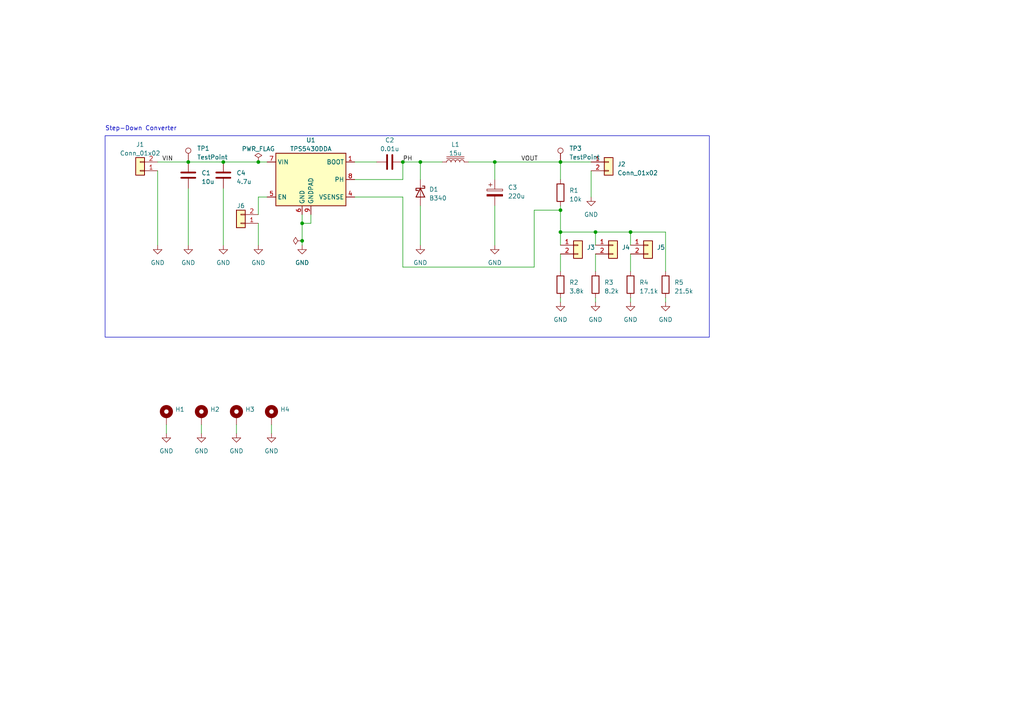
<source format=kicad_sch>
(kicad_sch (version 20230121) (generator eeschema)
  (paper "A4")
  (lib_symbols
    (symbol "Connector:TestPoint" (pin_numbers hide) (pin_names (offset 0.762) hide)
      (property "Reference" "TP" (at 0 6.858 0))
      (property "Value" "TestPoint" (at 0 5.08 0))
      (symbol "TestPoint_0_1"
        (circle (center 0 3.302) (radius 0.762))
      )
      (symbol "TestPoint_1_1"
        (pin passive line (at 0 0 90) (length 2.54) (name "1") (number "1"))
      )
    )
    (symbol "Connector_Generic:Conn_01x02" (pin_names (offset 1.016) hide)
      (property "Reference" "J" (at 0 2.54 0))
      (property "Value" "Conn_01x02" (at 0 -5.08 0))
      (symbol "Conn_01x02_1_1"
        (rectangle (start -1.27 -2.413) (end 0 -2.667) (stroke (width 0.1524)))
        (rectangle (start -1.27 0.127) (end 0 -0.127) (stroke (width 0.1524)))
        (rectangle (start -1.27 1.27) (end 1.27 -3.81) (stroke (width 0.254)) (fill (type background)))
        (pin passive line (at -5.08 0 0) (length 3.81) (name "Pin_1") (number "1"))
        (pin passive line (at -5.08 -2.54 0) (length 3.81) (name "Pin_2") (number "2"))
      )
    )
    (symbol "Device:C" (pin_numbers hide) (pin_names (offset 0.254))
      (property "Reference" "C" (at 0.635 2.54 0))
      (property "Value" "C" (at 0.635 -2.54 0))
      (symbol "C_0_1"
        (polyline (pts (xy -2.032 -0.762) (xy 2.032 -0.762)) (stroke (width 0.508)))
        (polyline (pts (xy -2.032 0.762) (xy 2.032 0.762)) (stroke (width 0.508)))
      )
      (symbol "C_1_1"
        (pin passive line (at 0 3.81 270) (length 2.794) (name "~") (number "1"))
        (pin passive line (at 0 -3.81 90) (length 2.794) (name "~") (number "2"))
      )
    )
    (symbol "Device:C_Polarized" (pin_numbers hide) (pin_names (offset 0.254))
      (property "Reference" "C" (at 0.635 2.54 0))
      (property "Value" "C_Polarized" (at 0.635 -2.54 0))
      (symbol "C_Polarized_0_1"
        (rectangle (start -2.286 0.508) (end 2.286 1.016))
        (polyline (pts (xy -1.778 2.286) (xy -0.762 2.286)))
        (polyline (pts (xy -1.27 2.794) (xy -1.27 1.778)))
        (rectangle (start 2.286 -0.508) (end -2.286 -1.016) (fill (type outline)))
      )
      (symbol "C_Polarized_1_1"
        (pin passive line (at 0 3.81 270) (length 2.794) (name "~") (number "1"))
        (pin passive line (at 0 -3.81 90) (length 2.794) (name "~") (number "2"))
      )
    )
    (symbol "Device:L_Iron" (pin_numbers hide) (pin_names (offset 1.016) hide)
      (property "Reference" "L" (at -1.27 0 90))
      (property "Value" "L_Iron" (at 2.794 0 90))
      (symbol "L_Iron_0_1"
        (arc (start 0 -2.54) (mid 0.6323 -1.905) (end 0 -1.27))
        (arc (start 0 -1.27) (mid 0.6323 -0.635) (end 0 0))
        (polyline (pts (xy 1.016 2.54) (xy 1.016 -2.54)))
        (polyline (pts (xy 1.524 -2.54) (xy 1.524 2.54)))
        (arc (start 0 0) (mid 0.6323 0.635) (end 0 1.27))
        (arc (start 0 1.27) (mid 0.6323 1.905) (end 0 2.54))
      )
      (symbol "L_Iron_1_1"
        (pin passive line (at 0 3.81 270) (length 1.27) (name "1") (number "1"))
        (pin passive line (at 0 -3.81 90) (length 1.27) (name "2") (number "2"))
      )
    )
    (symbol "Device:R" (pin_numbers hide) (pin_names (offset 0))
      (property "Reference" "R" (at 2.032 0 90))
      (property "Value" "R" (at 0 0 90))
      (symbol "R_0_1"
        (rectangle (start -1.016 -2.54) (end 1.016 2.54) (stroke (width 0.254)))
      )
      (symbol "R_1_1"
        (pin passive line (at 0 3.81 270) (length 1.27) (name "~") (number "1"))
        (pin passive line (at 0 -3.81 90) (length 1.27) (name "~") (number "2"))
      )
    )
    (symbol "Diode:B340" (pin_numbers hide) (pin_names (offset 1.016) hide)
      (property "Reference" "D" (at 0 2.54 0))
      (property "Value" "B340" (at 0 -2.54 0))
      (symbol "B340_0_1"
        (polyline (pts (xy 1.27 0) (xy -1.27 0)))
        (polyline (pts (xy 1.27 1.27) (xy 1.27 -1.27) (xy -1.27 0) (xy 1.27 1.27)) (stroke (width 0.254)))
        (polyline (pts (xy -1.905 0.635) (xy -1.905 1.27) (xy -1.27 1.27) (xy -1.27 -1.27) (xy -0.635 -1.27) (xy -0.635 -0.635)) (stroke (width 0.254)))
      )
      (symbol "B340_1_1"
        (pin passive line (at -3.81 0 0) (length 2.54) (name "K") (number "1"))
        (pin passive line (at 3.81 0 180) (length 2.54) (name "A") (number "2"))
      )
    )
    (symbol "Mechanical:MountingHole_Pad" (pin_numbers hide) (pin_names (offset 1.016) hide)
      (property "Reference" "H" (at 0 6.35 0))
      (property "Value" "MountingHole_Pad" (at 0 4.445 0))
      (symbol "MountingHole_Pad_0_1"
        (circle (center 0 1.27) (radius 1.27) (stroke (width 1.27)))
      )
      (symbol "MountingHole_Pad_1_1"
        (pin input line (at 0 -2.54 90) (length 2.54) (name "1") (number "1"))
      )
    )
    (symbol "Regulator_Switching:TPS5430DDA"
      (property "Reference" "U" (at -10.16 8.89 0))
      (property "Value" "TPS5430DDA" (at -1.27 8.89 0))
      (symbol "TPS5430DDA_0_1"
        (rectangle (start -10.16 7.62) (end 10.16 -7.62) (stroke (width 0.254)) (fill (type background)))
      )
      (symbol "TPS5430DDA_1_1"
        (pin input line (at 12.7 5.08 180) (length 2.54) (name "BOOT") (number "1"))
        (pin no_connect line (at -10.16 2.54 0) (length 2.54) hide (name "NC") (number "2"))
        (pin no_connect line (at -10.16 -2.54 0) (length 2.54) hide (name "NC") (number "3"))
        (pin input line (at 12.7 -5.08 180) (length 2.54) (name "VSENSE") (number "4"))
        (pin input line (at -12.7 -5.08 0) (length 2.54) (name "EN") (number "5"))
        (pin power_in line (at -2.54 -10.16 90) (length 2.54) (name "GND") (number "6"))
        (pin power_in line (at -12.7 5.08 0) (length 2.54) (name "VIN") (number "7"))
        (pin output line (at 12.7 0 180) (length 2.54) (name "PH") (number "8"))
        (pin power_in line (at 0 -10.16 90) (length 2.54) (name "GNDPAD") (number "9"))
      )
    )
    (symbol "power:GND" (power) (pin_names (offset 0))
      (property "Value" "GND" (at 0 -3.81 0))
      (symbol "GND_0_1"
        (polyline (pts (xy 0 0) (xy 0 -1.27) (xy 1.27 -1.27) (xy 0 -2.54) (xy -1.27 -1.27) (xy 0 -1.27)))
      )
      (symbol "GND_1_1"
        (pin power_in line (at 0 0 270) (length 0) hide (name "GND") (number "1"))
      )
    )
    (symbol "power:PWR_FLAG" (power) (pin_numbers hide) (pin_names (offset 0) hide)
      (property "Value" "PWR_FLAG" (at 0 3.81 0))
      (symbol "PWR_FLAG_0_0"
        (pin power_out line (at 0 0 90) (length 0) (name "pwr") (number "1"))
      )
      (symbol "PWR_FLAG_0_1"
        (polyline (pts (xy 0 0) (xy 0 1.27) (xy -1.016 1.905) (xy 0 2.54) (xy 1.016 1.905) (xy 0 1.27)))
      )
    )
  )
  (junction (at 182.88 67.31))
  (junction (at 74.93 46.99))
  (junction (at 54.61 46.99))
  (junction (at 172.72 67.31))
  (junction (at 121.92 46.99))
  (junction (at 87.63 69.85))
  (junction (at 143.51 46.99))
  (junction (at 116.84 46.99))
  (junction (at 87.63 64.77))
  (junction (at 64.77 46.99))
  (junction (at 162.56 67.31))
  (junction (at 162.56 46.99))
  (junction (at 162.56 60.96))
  (wire (pts (xy 102.87 57.15) (xy 116.84 57.15)))
  (wire (pts (xy 172.72 86.36) (xy 172.72 87.63)))
  (wire (pts (xy 54.61 54.61) (xy 54.61 71.12)))
  (wire (pts (xy 48.26 123.19) (xy 48.26 125.73)))
  (wire (pts (xy 78.74 123.19) (xy 78.74 125.73)))
  (wire (pts (xy 45.72 49.53) (xy 45.72 71.12)))
  (wire (pts (xy 162.56 60.96) (xy 162.56 67.31)))
  (wire (pts (xy 162.56 46.99) (xy 162.56 52.07)))
  (wire (pts (xy 68.58 123.19) (xy 68.58 125.73)))
  (wire (pts (xy 135.89 46.99) (xy 143.51 46.99)))
  (wire (pts (xy 90.17 64.77) (xy 87.63 64.77)))
  (wire (pts (xy 193.04 67.31) (xy 193.04 78.74)))
  (wire (pts (xy 172.72 73.66) (xy 172.72 78.74)))
  (wire (pts (xy 54.61 46.99) (xy 64.77 46.99)))
  (wire (pts (xy 162.56 59.69) (xy 162.56 60.96)))
  (wire (pts (xy 171.45 49.53) (xy 171.45 57.15)))
  (wire (pts (xy 90.17 62.23) (xy 90.17 64.77)))
  (wire (pts (xy 74.93 57.15) (xy 74.93 62.23)))
  (wire (pts (xy 58.42 123.19) (xy 58.42 125.73)))
  (wire (pts (xy 182.88 67.31) (xy 182.88 71.12)))
  (wire (pts (xy 116.84 57.15) (xy 116.84 77.47)))
  (wire (pts (xy 143.51 46.99) (xy 143.51 52.07)))
  (wire (pts (xy 121.92 46.99) (xy 128.27 46.99)))
  (wire (pts (xy 143.51 46.99) (xy 162.56 46.99)))
  (wire (pts (xy 154.94 77.47) (xy 154.94 60.96)))
  (wire (pts (xy 87.63 69.85) (xy 87.63 71.12)))
  (wire (pts (xy 154.94 60.96) (xy 162.56 60.96)))
  (wire (pts (xy 64.77 54.61) (xy 64.77 71.12)))
  (wire (pts (xy 116.84 46.99) (xy 116.84 52.07)))
  (wire (pts (xy 182.88 86.36) (xy 182.88 87.63)))
  (wire (pts (xy 172.72 67.31) (xy 182.88 67.31)))
  (wire (pts (xy 162.56 67.31) (xy 172.72 67.31)))
  (wire (pts (xy 182.88 67.31) (xy 193.04 67.31)))
  (wire (pts (xy 87.63 64.77) (xy 87.63 62.23)))
  (wire (pts (xy 102.87 46.99) (xy 109.22 46.99)))
  (wire (pts (xy 45.72 46.99) (xy 54.61 46.99)))
  (wire (pts (xy 193.04 86.36) (xy 193.04 87.63)))
  (wire (pts (xy 74.93 64.77) (xy 74.93 71.12)))
  (wire (pts (xy 162.56 86.36) (xy 162.56 87.63)))
  (wire (pts (xy 116.84 77.47) (xy 154.94 77.47)))
  (wire (pts (xy 87.63 64.77) (xy 87.63 69.85)))
  (wire (pts (xy 162.56 67.31) (xy 162.56 71.12)))
  (wire (pts (xy 143.51 59.69) (xy 143.51 71.12)))
  (wire (pts (xy 74.93 46.99) (xy 77.47 46.99)))
  (wire (pts (xy 182.88 73.66) (xy 182.88 78.74)))
  (wire (pts (xy 162.56 46.99) (xy 171.45 46.99)))
  (wire (pts (xy 116.84 46.99) (xy 121.92 46.99)))
  (wire (pts (xy 116.84 52.07) (xy 102.87 52.07)))
  (wire (pts (xy 172.72 67.31) (xy 172.72 71.12)))
  (wire (pts (xy 162.56 73.66) (xy 162.56 78.74)))
  (wire (pts (xy 121.92 59.69) (xy 121.92 71.12)))
  (wire (pts (xy 77.47 57.15) (xy 74.93 57.15)))
  (wire (pts (xy 64.77 46.99) (xy 74.93 46.99)))
  (wire (pts (xy 121.92 46.99) (xy 121.92 52.07)))
  (rectangle (start 30.48 39.37) (end 205.74 97.79))
  (text "Step-Down Converter" (at 30.48 38.1 0) (effects (font (size 1.27 1.27)) (justify left bottom)))
  (label "VIN" (at 46.99 46.99 0))
  (label "PH" (at 116.84 46.99 0))
  (label "VOUT" (at 151.13 46.99 0))
  (symbol (lib_id "Diode:B340") (at 121.92 55.88 270) (unit 1)
    (property "Reference" "D1" (at 124.46 54.9275 90) (effects (justify left)))
    (property "Value" "B340" (at 124.46 57.4675 90) (effects (justify left)))
    (property "Footprint" "Diode_SMD:D_SMC" (effects hide))
    (property "Datasheet" "http://www.jameco.com/Jameco/Products/ProdDS/1538777.pdf" (effects hide))
  )
  (symbol (lib_id "power:GND") (at 54.61 71.12 0) (unit 1)
    (property "Reference" "#PWR02" (effects hide))
    (property "Value" "GND" (at 54.61 76.2 0))
  )
  (symbol (lib_id "Device:R") (at 162.56 55.88 180) (unit 1)
    (property "Reference" "R1" (at 165.1 55.245 0) (effects (justify right)))
    (property "Value" "10k" (at 165.1 57.785 0) (effects (justify right)))
    (property "Footprint" "Resistor_SMD:R_0805_2012Metric_Pad1.20x1.40mm_HandSolder" (effects hide))
  )
  (symbol (lib_id "power:GND") (at 193.04 87.63 0) (unit 1)
    (property "Reference" "#PWR010" (effects hide))
    (property "Value" "GND" (at 193.04 92.71 0))
  )
  (symbol (lib_id "power:GND") (at 87.63 71.12 0) (unit 1)
    (property "Reference" "#PWR04" (effects hide))
    (property "Value" "GND" (at 87.63 76.2 0))
  )
  (symbol (lib_id "Mechanical:MountingHole_Pad") (at 58.42 120.65 0) (unit 1)
    (property "Reference" "H2" (at 60.96 118.745 0) (effects (justify left)))
    (property "Value" "MountingHole_Pad" (effects hide))
    (property "Footprint" "MountingHole:MountingHole_3.2mm_M3_Pad_Via" (effects hide))
  )
  (symbol (lib_id "Mechanical:MountingHole_Pad") (at 68.58 120.65 0) (unit 1)
    (property "Reference" "H3" (at 71.12 118.745 0) (effects (justify left)))
    (property "Value" "MountingHole_Pad" (effects hide))
    (property "Footprint" "MountingHole:MountingHole_3.2mm_M3_Pad_Via" (effects hide))
  )
  (symbol (lib_id "Device:R") (at 193.04 82.55 0) (unit 1)
    (property "Reference" "R5" (at 195.58 81.915 0) (effects (justify left)))
    (property "Value" "21.5k" (at 195.58 84.455 0) (effects (justify left)))
    (property "Footprint" "Resistor_SMD:R_0805_2012Metric_Pad1.20x1.40mm_HandSolder" (effects hide))
  )
  (symbol (lib_id "Connector:TestPoint") (at 54.61 46.99 0) (unit 1)
    (property "Reference" "TP1" (at 57.15 43.053 0) (effects (justify left)))
    (property "Value" "TestPoint" (at 57.15 45.593 0) (effects (justify left)))
    (property "Footprint" "TestPoint:TestPoint_THTPad_2.5x2.5mm_Drill1.2mm" (effects hide))
  )
  (symbol (lib_id "Mechanical:MountingHole_Pad") (at 78.74 120.65 0) (unit 1)
    (property "Reference" "H4" (at 81.28 118.745 0) (effects (justify left)))
    (property "Value" "MountingHole_Pad" (effects hide))
    (property "Footprint" "MountingHole:MountingHole_3.2mm_M3_Pad_Via" (effects hide))
  )
  (symbol (lib_id "Device:C") (at 64.77 50.8 0) (unit 1)
    (property "Reference" "C4" (at 68.58 50.165 0) (effects (justify left)))
    (property "Value" "4.7u" (at 68.58 52.705 0) (effects (justify left)))
    (property "Footprint" "Capacitor_SMD:C_0805_2012Metric_Pad1.18x1.45mm_HandSolder" (effects hide))
  )
  (symbol (lib_id "Device:C") (at 113.03 46.99 90) (unit 1)
    (property "Reference" "C2" (at 113.03 40.64 90))
    (property "Value" "0.01u" (at 113.03 43.18 90))
    (property "Footprint" "Capacitor_SMD:C_0805_2012Metric_Pad1.18x1.45mm_HandSolder" (effects hide))
  )
  (symbol (lib_id "power:GND") (at 143.51 71.12 0) (unit 1)
    (property "Reference" "#PWR06" (effects hide))
    (property "Value" "GND" (at 143.51 76.2 0))
  )
  (symbol (lib_id "Device:C_Polarized") (at 143.51 55.88 0) (unit 1)
    (property "Reference" "C3" (at 147.32 54.356 0) (effects (justify left)))
    (property "Value" "220u" (at 147.32 56.896 0) (effects (justify left)))
    (property "Footprint" "Capacitor_SMD:CP_Elec_6.3x5.9" (effects hide))
  )
  (symbol (lib_id "power:GND") (at 121.92 71.12 0) (unit 1)
    (property "Reference" "#PWR05" (effects hide))
    (property "Value" "GND" (at 121.92 76.2 0))
  )
  (symbol (lib_id "power:GND") (at 45.72 71.12 0) (unit 1)
    (property "Reference" "#PWR03" (effects hide))
    (property "Value" "GND" (at 45.72 76.2 0))
  )
  (symbol (lib_id "Device:R") (at 162.56 82.55 0) (unit 1)
    (property "Reference" "R2" (at 165.1 81.915 0) (effects (justify left)))
    (property "Value" "3.8k" (at 165.1 84.455 0) (effects (justify left)))
    (property "Footprint" "Resistor_SMD:R_0805_2012Metric_Pad1.20x1.40mm_HandSolder" (effects hide))
  )
  (symbol (lib_id "Device:R") (at 182.88 82.55 0) (unit 1)
    (property "Reference" "R4" (at 185.42 81.915 0) (effects (justify left)))
    (property "Value" "17.1k" (at 185.42 84.455 0) (effects (justify left)))
    (property "Footprint" "Resistor_SMD:R_0805_2012Metric_Pad1.20x1.40mm_HandSolder" (effects hide))
  )
  (symbol (lib_id "Connector_Generic:Conn_01x02") (at 187.96 71.12 0) (unit 1)
    (property "Reference" "J5" (at 190.5 71.755 0) (effects (justify left)))
    (property "Value" "Conn_01x02" (effects hide))
    (property "Footprint" "Connector_PinHeader_2.54mm:PinHeader_1x02_P2.54mm_Vertical" (effects hide))
  )
  (symbol (lib_id "power:GND") (at 182.88 87.63 0) (unit 1)
    (property "Reference" "#PWR09" (effects hide))
    (property "Value" "GND" (at 182.88 92.71 0))
  )
  (symbol (lib_id "Device:C") (at 54.61 50.8 0) (unit 1)
    (property "Reference" "C1" (at 58.42 50.165 0) (effects (justify left)))
    (property "Value" "10u" (at 58.42 52.705 0) (effects (justify left)))
    (property "Footprint" "Capacitor_SMD:C_0805_2012Metric_Pad1.18x1.45mm_HandSolder" (effects hide))
  )
  (symbol (lib_id "Connector:TestPoint") (at 162.56 46.99 0) (unit 1)
    (property "Reference" "TP3" (at 165.1 43.053 0) (effects (justify left)))
    (property "Value" "TestPoint" (at 165.1 45.593 0) (effects (justify left)))
    (property "Footprint" "TestPoint:TestPoint_THTPad_2.5x2.5mm_Drill1.2mm" (effects hide))
  )
  (symbol (lib_id "power:GND") (at 78.74 125.73 0) (unit 1)
    (property "Reference" "#PWR014" (effects hide))
    (property "Value" "GND" (at 78.74 130.81 0))
  )
  (symbol (lib_id "Mechanical:MountingHole_Pad") (at 48.26 120.65 0) (unit 1)
    (property "Reference" "H1" (at 50.8 118.745 0) (effects (justify left)))
    (property "Value" "MountingHole_Pad" (effects hide))
    (property "Footprint" "MountingHole:MountingHole_3.2mm_M3_Pad_Via" (effects hide))
  )
  (symbol (lib_id "power:GND") (at 171.45 57.15 0) (unit 1)
    (property "Reference" "#PWR08" (effects hide))
    (property "Value" "GND" (at 171.45 62.23 0))
  )
  (symbol (lib_id "Connector_Generic:Conn_01x02") (at 177.8 71.12 0) (unit 1)
    (property "Reference" "J4" (at 180.34 71.755 0) (effects (justify left)))
    (property "Value" "Conn_01x02" (effects hide))
    (property "Footprint" "Connector_PinHeader_2.54mm:PinHeader_1x02_P2.54mm_Vertical" (effects hide))
  )
  (symbol (lib_id "Connector_Generic:Conn_01x02") (at 40.64 49.53 180) (unit 1)
    (property "Reference" "J1" (at 40.64 41.91 0))
    (property "Value" "Conn_01x02" (at 40.64 44.45 0))
    (property "Footprint" "TerminalBlock_Phoenix:TerminalBlock_Phoenix_MPT-0,5-2-2.54_1x02_P2.54mm_Horizontal" (effects hide))
  )
  (symbol (lib_id "Connector_Generic:Conn_01x02") (at 176.53 46.99 0) (unit 1)
    (property "Reference" "J2" (at 179.07 47.625 0) (effects (justify left)))
    (property "Value" "Conn_01x02" (at 179.07 50.165 0) (effects (justify left)))
    (property "Footprint" "TerminalBlock_Phoenix:TerminalBlock_Phoenix_MPT-0,5-2-2.54_1x02_P2.54mm_Horizontal" (effects hide))
  )
  (symbol (lib_id "power:PWR_FLAG") (at 87.63 69.85 90) (unit 1)
    (property "Reference" "#FLG01" (effects hide))
    (property "Value" "PWR_FLAG" (effects hide))
  )
  (symbol (lib_id "power:GND") (at 162.56 87.63 0) (unit 1)
    (property "Reference" "#PWR07" (effects hide))
    (property "Value" "GND" (at 162.56 92.71 0))
  )
  (symbol (lib_id "Regulator_Switching:TPS5430DDA") (at 90.17 52.07 0) (unit 1)
    (property "Reference" "U1" (at 90.17 40.64 0))
    (property "Value" "TPS5430DDA" (at 90.17 43.18 0))
    (property "Footprint" "Package_SO:TI_SO-PowerPAD-8_ThermalVias" (effects hide))
    (property "Datasheet" "http://www.ti.com/lit/ds/symlink/tps5430.pdf" (effects hide))
  )
  (symbol (lib_id "power:GND") (at 64.77 71.12 0) (unit 1)
    (property "Reference" "#PWR015" (effects hide))
    (property "Value" "GND" (at 64.77 76.2 0))
  )
  (symbol (lib_id "power:GND") (at 68.58 125.73 0) (unit 1)
    (property "Reference" "#PWR013" (effects hide))
    (property "Value" "GND" (at 68.58 130.81 0))
  )
  (symbol (lib_id "power:PWR_FLAG") (at 74.93 46.99 0) (unit 1)
    (property "Reference" "#FLG02" (effects hide))
    (property "Value" "PWR_FLAG" (at 74.93 43.18 0))
  )
  (symbol (lib_id "Device:R") (at 172.72 82.55 0) (unit 1)
    (property "Reference" "R3" (at 175.26 81.915 0) (effects (justify left)))
    (property "Value" "8.2k" (at 175.26 84.455 0) (effects (justify left)))
    (property "Footprint" "Resistor_SMD:R_0805_2012Metric_Pad1.20x1.40mm_HandSolder" (effects hide))
  )
  (symbol (lib_id "power:GND") (at 58.42 125.73 0) (unit 1)
    (property "Reference" "#PWR012" (effects hide))
    (property "Value" "GND" (at 58.42 130.81 0))
  )
  (symbol (lib_id "Connector_Generic:Conn_01x02") (at 69.85 64.77 180) (unit 1)
    (property "Reference" "J6" (at 69.85 59.69 0))
    (property "Value" "Conn_01x02" (effects hide))
    (property "Footprint" "Connector_PinHeader_2.54mm:PinHeader_1x02_P2.54mm_Vertical" (effects hide))
  )
  (symbol (lib_id "power:GND") (at 48.26 125.73 0) (unit 1)
    (property "Reference" "#PWR011" (effects hide))
    (property "Value" "GND" (at 48.26 130.81 0))
  )
  (symbol (lib_id "power:GND") (at 172.72 87.63 0) (unit 1)
    (property "Reference" "#PWR01" (effects hide))
    (property "Value" "GND" (at 172.72 92.71 0))
  )
  (symbol (lib_id "power:GND") (at 74.93 71.12 0) (unit 1)
    (property "Reference" "#PWR016" (effects hide))
    (property "Value" "GND" (at 74.93 76.2 0))
  )
  (symbol (lib_id "Device:L_Iron") (at 132.08 46.99 90) (unit 1)
    (property "Reference" "L1" (at 132.08 41.91 90))
    (property "Value" "15u" (at 132.08 44.45 90))
    (property "Footprint" "Inductor_SMD:L_Wuerth_WE-PD-Typ-LS_Handsoldering" (effects hide))
  )
  (symbol (lib_id "Connector_Generic:Conn_01x02") (at 167.64 71.12 0) (unit 1)
    (property "Reference" "J3" (at 170.18 71.755 0) (effects (justify left)))
    (property "Value" "Conn_01x02" (effects hide))
    (property "Footprint" "Connector_PinHeader_2.54mm:PinHeader_1x02_P2.54mm_Vertical" (effects hide))
  )
)
</source>
